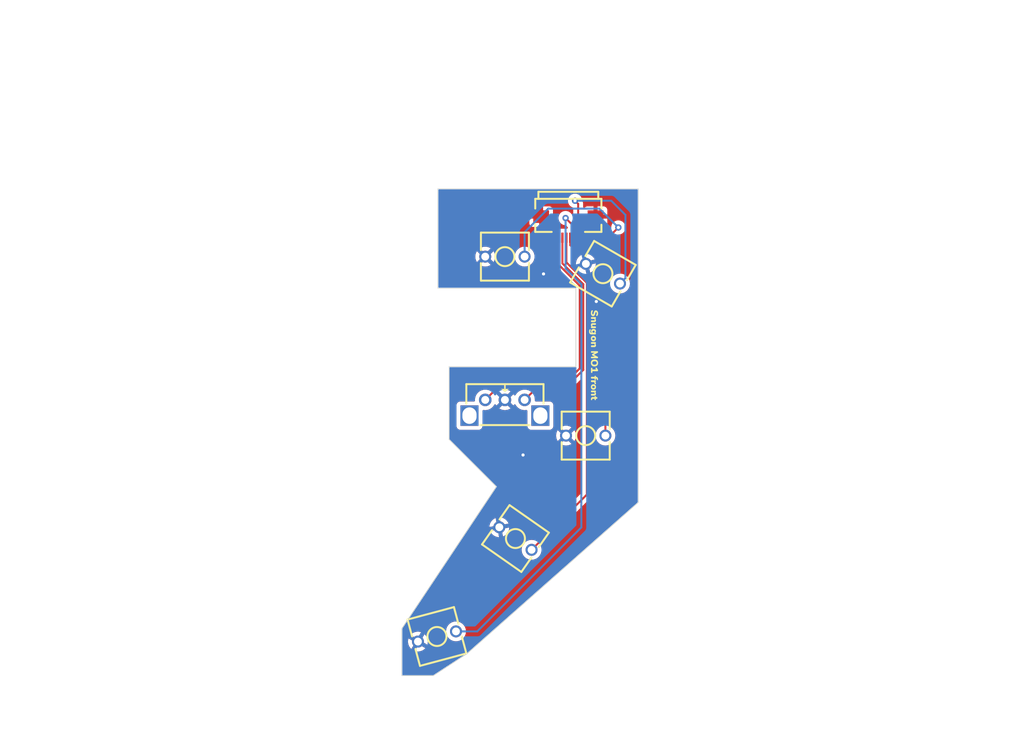
<source format=kicad_pcb>
(kicad_pcb (version 20221018) (generator pcbnew)
  (layers (0 "F.Cu" signal) (31 "B.Cu" signal) (34 "B.Paste" user) (35 "F.Paste" user) (36 "B.SilkS" user "B.Silkscreen") (37 "F.SilkS" user "F.Silkscreen") (38 "B.Mask" user) (39 "F.Mask" user) (44 "Edge.Cuts" user))
  (net 0 "")
  (net 1 "GND")
  (net 2 "SW3_F")
  (net 3 "SW2_F")
  (net 4 "SW4_F")
  (net 5 "SW5_F")
  (net 6 "SW6_F")
  (net 7 "RE0A_F")
  (net 8 "RE0B_F")
  (footprint "Logos:Snugon MO1 front" (layer "F.Cu") (at 125.2 91.1 -90)
    (fp_text reference "G***" hide)
    (fp_text value "LOGO" hide)
  )
  (footprint "0:SW-TH_L6.2-W6.2-P5.00" (layer "F.Cu") (at 126.543 80.77 -30)
    (fp_text reference "SW3" hide)
    (fp_text value "SW_PUSH" hide)
    (pad "1" thru_hole circle (at -2.5 0 330) (size 1.524 1.524) (drill 1) (layers "*.Cu" "*.Paste" "*.Mask") (net 1 "GND"))
    (pad "2" thru_hole circle (at 2.5 0 330) (size 1.524 1.524) (drill 1) (layers "*.Cu" "*.Paste" "*.Mask") (net 2 "SW3_F"))
  )
  (footprint "0:SW-TH_CEN971112R02" (layer "F.Cu") (at 114.1 97.8 180)
    (fp_text reference "SW12" hide)
    (fp_text value "RotaryEncoder" hide)
    (pad "1" thru_hole circle (at -2.5 1 180) (size 1.6 1.6) (drill 1) (layers "*.Cu" "*.Paste" "*.Mask") (net 7 "RE0A_F"))
    (pad "2" thru_hole circle (at 0 1 180) (size 1.6 1.6) (drill 1) (layers "*.Cu" "*.Paste" "*.Mask") (net 1 "GND"))
    (pad "3" thru_hole circle (at 2.5 1 180) (size 1.6 1.6) (drill 1) (layers "*.Cu" "*.Paste" "*.Mask") (net 8 "RE0B_F"))
    (pad "4" thru_hole rect (at -4.5 -1 180) (size 2.3 2.6) (drill oval 1.8 2.1) (layers "*.Cu" "*.Paste" "*.Mask"))
    (pad "5" thru_hole rect (at 4.5 -1 180) (size 2.3 2.6) (drill oval 1.8 2.1) (layers "*.Cu" "*.Paste" "*.Mask"))
  )
  (footprint "0:SW-TH_L6.2-W6.2-P5.00" (layer "F.Cu") (at 115.436 114.414 -35)
    (fp_text reference "SW6" hide)
    (fp_text value "SW_PUSH" hide)
    (pad "1" thru_hole circle (at -2.5 0 325) (size 1.524 1.524) (drill 1) (layers "*.Cu" "*.Paste" "*.Mask") (net 1 "GND"))
    (pad "2" thru_hole circle (at 2.5 0 325) (size 1.524 1.524) (drill 1) (layers "*.Cu" "*.Paste" "*.Mask") (net 6 "SW6_F"))
  )
  (footprint "0:FFCｺﾈｸﾀ_FPC-SMD_P0.50-8P_FGS-XJ-H2.0" (layer "F.Cu") (at 122.15 74.86)
    (fp_text reference "J4" hide)
    (fp_text value "Conn_01x8_Pin + 2" hide)
    (pad "1" smd rect (at -1.75 1.34) (size 0.3 1.3) (layers "F.Cu" "F.Paste" "F.Mask") (net 1 "GND"))
    (pad "2" smd rect (at -1.252 1.338) (size 0.3 1.3) (layers "F.Cu" "F.Paste" "F.Mask") (net 8 "RE0B_F"))
    (pad "3" smd rect (at -0.75 1.34) (size 0.3 1.3) (layers "F.Cu" "F.Paste" "F.Mask") (net 7 "RE0A_F"))
    (pad "4" smd rect (at -0.25 1.34) (size 0.3 1.3) (layers "F.Cu" "F.Paste" "F.Mask") (net 6 "SW6_F"))
    (pad "5" smd rect (at 0.25 1.34) (size 0.3 1.3) (layers "F.Cu" "F.Paste" "F.Mask") (net 5 "SW5_F"))
    (pad "6" smd rect (at 0.75 1.34) (size 0.3 1.3) (layers "F.Cu" "F.Paste" "F.Mask") (net 4 "SW4_F"))
    (pad "7" smd rect (at 1.25 1.34) (size 0.3 1.3) (layers "F.Cu" "F.Paste" "F.Mask") (net 2 "SW3_F"))
    (pad "8" smd rect (at 1.75 1.34) (size 0.3 1.3) (layers "F.Cu" "F.Paste" "F.Mask") (net 3 "SW2_F"))
    (pad "9" smd rect (at 3.45 -1.34 270) (size 1.6 2) (layers "F.Cu" "F.Paste" "F.Mask") (net 1 "GND"))
    (pad "10" smd rect (at -3.45 -1.34 270) (size 1.6 2) (layers "F.Cu" "F.Paste" "F.Mask") (net 1 "GND"))
  )
  (footprint "0:SW-TH_L6.2-W6.2-P5.00" (layer "F.Cu") (at 124.357 101.337)
    (fp_text reference "SW5" hide)
    (fp_text value "SW_PUSH" hide)
    (pad "1" thru_hole circle (at -2.5 0) (size 1.524 1.524) (drill 1) (layers "*.Cu" "*.Paste" "*.Mask") (net 1 "GND"))
    (pad "2" thru_hole circle (at 2.5 0) (size 1.524 1.524) (drill 1) (layers "*.Cu" "*.Paste" "*.Mask") (net 5 "SW5_F"))
  )
  (footprint "0:SW-TH_L6.2-W6.2-P5.00" (layer "F.Cu") (at 114.1 78.6)
    (fp_text reference "SW2" hide)
    (fp_text value "SW_PUSH" hide)
    (pad "1" thru_hole circle (at -2.5 0) (size 1.524 1.524) (drill 1) (layers "*.Cu" "*.Paste" "*.Mask") (net 1 "GND"))
    (pad "2" thru_hole circle (at 2.5 0) (size 1.524 1.524) (drill 1) (layers "*.Cu" "*.Paste" "*.Mask") (net 3 "SW2_F"))
  )
  (footprint "0:SW-TH_L6.2-W6.2-P5.00" (layer "F.Cu") (at 105.472 126.856 15)
    (fp_text reference "SW4" hide)
    (fp_text value "SW_PUSH" hide)
    (pad "1" thru_hole circle (at -2.5 0 15) (size 1.524 1.524) (drill 1) (layers "*.Cu" "*.Paste" "*.Mask") (net 1 "GND"))
    (pad "2" thru_hole circle (at 2.5 0 15) (size 1.524 1.524) (drill 1) (layers "*.Cu" "*.Paste" "*.Mask") (net 4 "SW4_F"))
  )
  (gr_line (start 123.1 82.6) (end 123.1 92.6) (stroke (width 0.1)) (layer "Edge.Cuts"))
  (gr_line (start 131.02 70) (end 131.02 109.818) (stroke (width 0.1)) (layer "Edge.Cuts"))
  (gr_line (start 101.02 131.818) (end 105.02 131.818) (stroke (width 0.1)) (layer "Edge.Cuts"))
  (gr_line (start 101.02 125.845) (end 101.02 131.818) (stroke (width 0.1)) (layer "Edge.Cuts"))
  (gr_line (start 113.02 107.818) (end 101.02 125.845) (stroke (width 0.1)) (layer "Edge.Cuts"))
  (gr_line (start 109.269 129.048) (end 131.02 109.818) (stroke (width 0.1)) (layer "Edge.Cuts"))
  (gr_line (start 105.6 82.6) (end 123.1 82.6) (stroke (width 0.1)) (layer "Edge.Cuts"))
  (gr_line (start 107.02 92.6) (end 107.02 101.818) (stroke (width 0.1)) (layer "Edge.Cuts"))
  (gr_line (start 105.02 131.818) (end 109.269 129.048) (stroke (width 0.1)) (layer "Edge.Cuts"))
  (gr_line (start 131.02 70) (end 105.6 70) (stroke (width 0.1)) (layer "Edge.Cuts"))
  (gr_line (start 105.6 70) (end 105.6 82.6) (stroke (width 0.1)) (layer "Edge.Cuts"))
  (gr_line (start 107.02 101.818) (end 113.02 107.818) (stroke (width 0.1)) (layer "Edge.Cuts"))
  (gr_line (start 123.1 92.6) (end 107.02 92.6) (stroke (width 0.1)) (layer "Edge.Cuts"))
  (segment (start 120.4 75.22) (end 118.7 73.52) (width 0.25) (layer "F.Cu") (net 1))
  (segment (start 120.4 76.2) (end 120.4 75.22) (width 0.25) (layer "F.Cu") (net 1))
  (via (at 119 80.8) (size 0.8) (drill 0.4) (layers "F.Cu" "B.Cu") (net 1))
  (via (at 125.7 84.3) (size 0.8) (drill 0.4) (layers "F.Cu" "B.Cu") (net 1))
  (via (at 116.4 103.8) (size 0.8) (drill 0.4) (layers "F.Cu" "B.Cu") (net 1))
  (segment (start 123.4 76.2) (end 123.4 71.9) (width 0.25) (layer "F.Cu") (net 2))
  (segment (start 123.4 71.9) (end 123 71.5) (width 0.25) (layer "F.Cu") (net 2))
  (via (at 123 71.5) (size 0.8) (drill 0.4) (layers "F.Cu" "B.Cu") (net 2))
  (segment (start 127.6 71.5) (end 129.4 73.3) (width 0.25) (layer "B.Cu") (net 2))
  (segment (start 129.4 73.3) (end 129.4 81.328064) (width 0.25) (layer "B.Cu") (net 2))
  (segment (start 129.4 81.328064) (end 128.708064 82.02) (width 0.25) (layer "B.Cu") (net 2))
  (segment (start 123 71.5) (end 127.6 71.5) (width 0.25) (layer "B.Cu") (net 2))
  (segment (start 127.2 76.2) (end 128.5 74.9) (width 0.25) (layer "F.Cu") (net 3))
  (segment (start 123.9 76.2) (end 127.2 76.2) (width 0.25) (layer "F.Cu") (net 3))
  (via (at 128.5 74.9) (size 0.8) (drill 0.4) (layers "F.Cu" "B.Cu") (net 3))
  (segment (start 128.5 74.9) (end 126.1 72.5) (width 0.25) (layer "B.Cu") (net 3))
  (segment (start 116.6 75.5) (end 116.6 78.6) (width 0.25) (layer "B.Cu") (net 3))
  (segment (start 126.1 72.5) (end 119.6 72.5) (width 0.25) (layer "B.Cu") (net 3))
  (segment (start 119.6 72.5) (end 116.6 75.5) (width 0.25) (layer "B.Cu") (net 3))
  (segment (start 122.9 74.8) (end 121.8 73.7) (width 0.25) (layer "F.Cu") (net 4))
  (segment (start 122.9 76.2) (end 122.9 74.8) (width 0.25) (layer "F.Cu") (net 4))
  (via (at 121.8 73.7) (size 0.8) (drill 0.4) (layers "F.Cu" "B.Cu") (net 4))
  (segment (start 121.8 73.7) (end 121.8 80.1) (width 0.25) (layer "B.Cu") (net 4))
  (segment (start 121.8 80.1) (end 123.8 82.1) (width 0.25) (layer "B.Cu") (net 4))
  (segment (start 110.591048 126.208952) (end 107.886815 126.208952) (width 0.25) (layer "B.Cu") (net 4))
  (segment (start 123.8 82.1) (end 123.8 113) (width 0.25) (layer "B.Cu") (net 4))
  (segment (start 123.8 113) (end 110.591048 126.208952) (width 0.25) (layer "B.Cu") (net 4))
  (segment (start 122.85 77.6) (end 126.3 77.6) (width 0.25) (layer "F.Cu") (net 5))
  (segment (start 126.3 77.6) (end 126.857 78.157) (width 0.25) (layer "F.Cu") (net 5))
  (segment (start 122.4 77.15) (end 122.85 77.6) (width 0.25) (layer "F.Cu") (net 5))
  (segment (start 126.857 78.157) (end 126.857 101.337) (width 0.25) (layer "F.Cu") (net 5))
  (segment (start 122.4 76.2) (end 122.4 77.15) (width 0.25) (layer "F.Cu") (net 5))
  (segment (start 124.5 108.831821) (end 117.48388 115.847941) (width 0.25) (layer "F.Cu") (net 6))
  (segment (start 121.9 79.327208) (end 124.5 81.927208) (width 0.25) (layer "F.Cu") (net 6))
  (segment (start 124.5 81.927208) (end 124.5 108.831821) (width 0.25) (layer "F.Cu") (net 6))
  (segment (start 121.9 76.2) (end 121.9 79.327208) (width 0.25) (layer "F.Cu") (net 6))
  (segment (start 119.1 94.3) (end 116.6 96.8) (width 0.25) (layer "F.Cu") (net 7))
  (segment (start 122.736396 94.3) (end 119.1 94.3) (width 0.25) (layer "F.Cu") (net 7))
  (segment (start 124.05 92.986396) (end 122.736396 94.3) (width 0.25) (layer "F.Cu") (net 7))
  (segment (start 121.4 79.463604) (end 124.05 82.113604) (width 0.25) (layer "F.Cu") (net 7))
  (segment (start 121.4 76.2) (end 121.4 79.463604) (width 0.25) (layer "F.Cu") (net 7))
  (segment (start 124.05 82.113604) (end 124.05 92.986396) (width 0.25) (layer "F.Cu") (net 7))
  (segment (start 120.898 79.598) (end 123.6 82.3) (width 0.25) (layer "F.Cu") (net 8))
  (segment (start 123.6 92.8) (end 123.1 93.3) (width 0.25) (layer "F.Cu") (net 8))
  (segment (start 120.898 76.198) (end 120.898 79.598) (width 0.25) (layer "F.Cu") (net 8))
  (segment (start 123.1 93.3) (end 115.1 93.3) (width 0.25) (layer "F.Cu") (net 8))
  (segment (start 123.6 82.3) (end 123.6 92.8) (width 0.25) (layer "F.Cu") (net 8))
  (segment (start 115.1 93.3) (end 111.6 96.8) (width 0.25) (layer "F.Cu") (net 8))
  (zone (net 1) (net_name "GND") (layer "F.Cu") (connect_pads (clearance 0.5)) (min_thickness 0.25) (fill yes (thermal_gap 0.5) (thermal_bridge_width 0.5) (island_removal_mode 1) (island_area_min 10))
    (polygon (pts (xy 50 46) (xy 50 141) (xy 180 141) (xy 180 46)))
  )
  (zone (net 1) (net_name "GND") (layer "B.Cu") (priority 1) (connect_pads (clearance 0.5)) (min_thickness 0.25) (fill yes (thermal_gap 0.5) (thermal_bridge_width 0.5))
    (polygon (pts (xy 51 47) (xy 51 140) (xy 179 140) (xy 179 47)))
  )
)
</source>
